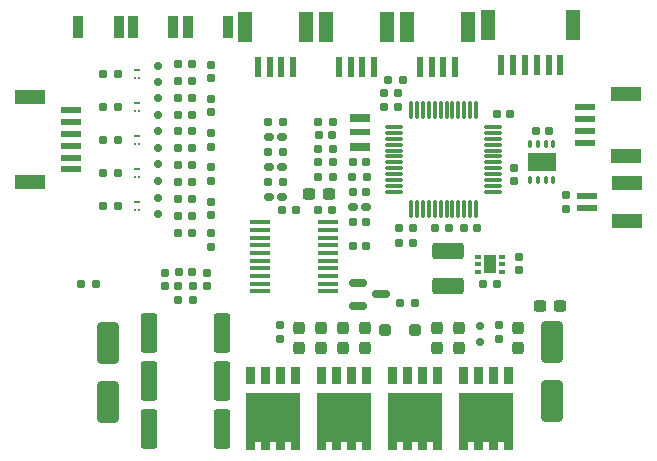
<source format=gbr>
%TF.GenerationSoftware,KiCad,Pcbnew,8.0.3-8.0.3-0~ubuntu24.04.1*%
%TF.CreationDate,2024-07-11T14:27:15+08:00*%
%TF.ProjectId,CawBMS,43617742-4d53-42e6-9b69-6361645f7063,rev?*%
%TF.SameCoordinates,Original*%
%TF.FileFunction,Paste,Top*%
%TF.FilePolarity,Positive*%
%FSLAX46Y46*%
G04 Gerber Fmt 4.6, Leading zero omitted, Abs format (unit mm)*
G04 Created by KiCad (PCBNEW 8.0.3-8.0.3-0~ubuntu24.04.1) date 2024-07-11 14:27:15*
%MOMM*%
%LPD*%
G01*
G04 APERTURE LIST*
G04 Aperture macros list*
%AMRoundRect*
0 Rectangle with rounded corners*
0 $1 Rounding radius*
0 $2 $3 $4 $5 $6 $7 $8 $9 X,Y pos of 4 corners*
0 Add a 4 corners polygon primitive as box body*
4,1,4,$2,$3,$4,$5,$6,$7,$8,$9,$2,$3,0*
0 Add four circle primitives for the rounded corners*
1,1,$1+$1,$2,$3*
1,1,$1+$1,$4,$5*
1,1,$1+$1,$6,$7*
1,1,$1+$1,$8,$9*
0 Add four rect primitives between the rounded corners*
20,1,$1+$1,$2,$3,$4,$5,0*
20,1,$1+$1,$4,$5,$6,$7,0*
20,1,$1+$1,$6,$7,$8,$9,0*
20,1,$1+$1,$8,$9,$2,$3,0*%
G04 Aperture macros list end*
%ADD10C,0.120000*%
%ADD11R,0.749000X1.300000*%
%ADD12R,4.560000X4.000000*%
%ADD13RoundRect,0.150000X0.200000X-0.150000X0.200000X0.150000X-0.200000X0.150000X-0.200000X-0.150000X0*%
%ADD14RoundRect,0.155000X-0.212500X-0.155000X0.212500X-0.155000X0.212500X0.155000X-0.212500X0.155000X0*%
%ADD15RoundRect,0.160000X-0.197500X-0.160000X0.197500X-0.160000X0.197500X0.160000X-0.197500X0.160000X0*%
%ADD16RoundRect,0.249999X-0.450001X-1.425001X0.450001X-1.425001X0.450001X1.425001X-0.450001X1.425001X0*%
%ADD17R,0.500000X1.700000*%
%ADD18R,1.200000X2.500000*%
%ADD19RoundRect,0.155000X-0.155000X0.212500X-0.155000X-0.212500X0.155000X-0.212500X0.155000X0.212500X0*%
%ADD20RoundRect,0.050800X0.400000X0.850000X-0.400000X0.850000X-0.400000X-0.850000X0.400000X-0.850000X0*%
%ADD21RoundRect,0.250000X-0.650000X1.500000X-0.650000X-1.500000X0.650000X-1.500000X0.650000X1.500000X0*%
%ADD22RoundRect,0.237500X-0.237500X0.300000X-0.237500X-0.300000X0.237500X-0.300000X0.237500X0.300000X0*%
%ADD23RoundRect,0.160000X0.160000X-0.197500X0.160000X0.197500X-0.160000X0.197500X-0.160000X-0.197500X0*%
%ADD24RoundRect,0.250001X1.074999X-0.462499X1.074999X0.462499X-1.074999X0.462499X-1.074999X-0.462499X0*%
%ADD25RoundRect,0.160000X-0.222500X-0.160000X0.222500X-0.160000X0.222500X0.160000X-0.222500X0.160000X0*%
%ADD26RoundRect,0.250000X0.250000X0.250000X-0.250000X0.250000X-0.250000X-0.250000X0.250000X-0.250000X0*%
%ADD27RoundRect,0.155000X0.212500X0.155000X-0.212500X0.155000X-0.212500X-0.155000X0.212500X-0.155000X0*%
%ADD28RoundRect,0.237500X-0.300000X-0.237500X0.300000X-0.237500X0.300000X0.237500X-0.300000X0.237500X0*%
%ADD29R,0.150000X0.250000*%
%ADD30R,0.500000X0.250000*%
%ADD31RoundRect,0.160000X0.197500X0.160000X-0.197500X0.160000X-0.197500X-0.160000X0.197500X-0.160000X0*%
%ADD32RoundRect,0.237500X0.237500X-0.300000X0.237500X0.300000X-0.237500X0.300000X-0.237500X-0.300000X0*%
%ADD33RoundRect,0.050800X-0.400000X-0.850000X0.400000X-0.850000X0.400000X0.850000X-0.400000X0.850000X0*%
%ADD34RoundRect,0.250000X0.650000X-1.500000X0.650000X1.500000X-0.650000X1.500000X-0.650000X-1.500000X0*%
%ADD35R,1.700000X0.500000*%
%ADD36R,2.500000X1.200000*%
%ADD37O,0.350000X0.840000*%
%ADD38R,2.400000X1.650000*%
%ADD39RoundRect,0.237500X-0.237500X0.287500X-0.237500X-0.287500X0.237500X-0.287500X0.237500X0.287500X0*%
%ADD40RoundRect,0.155000X0.155000X-0.212500X0.155000X0.212500X-0.155000X0.212500X-0.155000X-0.212500X0*%
%ADD41O,0.607000X0.364000*%
%ADD42R,1.000000X1.600000*%
%ADD43RoundRect,0.075000X-0.662500X-0.075000X0.662500X-0.075000X0.662500X0.075000X-0.662500X0.075000X0*%
%ADD44RoundRect,0.075000X-0.075000X-0.662500X0.075000X-0.662500X0.075000X0.662500X-0.075000X0.662500X0*%
%ADD45R,1.700000X0.650000*%
%ADD46O,1.742000X0.364000*%
%ADD47RoundRect,0.150000X-0.587500X-0.150000X0.587500X-0.150000X0.587500X0.150000X-0.587500X0.150000X0*%
%ADD48RoundRect,0.237500X0.300000X0.237500X-0.300000X0.237500X-0.300000X-0.237500X0.300000X-0.237500X0*%
G04 APERTURE END LIST*
D10*
%TO.C,Q6*%
X130550000Y-123815000D02*
X129800000Y-123815000D01*
X129800000Y-122514000D01*
X130550000Y-122514000D01*
X130550000Y-123815000D01*
G36*
X130550000Y-123815000D02*
G01*
X129800000Y-123815000D01*
X129800000Y-122514000D01*
X130550000Y-122514000D01*
X130550000Y-123815000D01*
G37*
X131820000Y-123815000D02*
X131070000Y-123815000D01*
X131070000Y-122514000D01*
X131820000Y-122514000D01*
X131820000Y-123815000D01*
G36*
X131820000Y-123815000D02*
G01*
X131070000Y-123815000D01*
X131070000Y-122514000D01*
X131820000Y-122514000D01*
X131820000Y-123815000D01*
G37*
X133090000Y-123815000D02*
X132340000Y-123815000D01*
X132340000Y-122514000D01*
X133090000Y-122514000D01*
X133090000Y-123815000D01*
G36*
X133090000Y-123815000D02*
G01*
X132340000Y-123815000D01*
X132340000Y-122514000D01*
X133090000Y-122514000D01*
X133090000Y-123815000D01*
G37*
X134360000Y-123815000D02*
X133610000Y-123815000D01*
X133610000Y-122514000D01*
X134360000Y-122514000D01*
X134360000Y-123815000D01*
G36*
X134360000Y-123815000D02*
G01*
X133610000Y-123815000D01*
X133610000Y-122514000D01*
X134360000Y-122514000D01*
X134360000Y-123815000D01*
G37*
X134360000Y-128721000D02*
X134360000Y-129428000D01*
X133610000Y-129428000D01*
X133610000Y-128721000D01*
X133090000Y-128721000D01*
X133090000Y-129454000D01*
X132340000Y-129454000D01*
X132340000Y-128721000D01*
X131820000Y-128721000D01*
X131820000Y-129454000D01*
X131070000Y-129454000D01*
X131070000Y-128721000D01*
X130550000Y-128721000D01*
X130550000Y-129454000D01*
X129800000Y-129454000D01*
X129800000Y-128721000D01*
X129800000Y-124721000D01*
X134360000Y-124721000D01*
X134360000Y-128721000D01*
G36*
X134360000Y-128721000D02*
G01*
X134360000Y-129428000D01*
X133610000Y-129428000D01*
X133610000Y-128721000D01*
X133090000Y-128721000D01*
X133090000Y-129454000D01*
X132340000Y-129454000D01*
X132340000Y-128721000D01*
X131820000Y-128721000D01*
X131820000Y-129454000D01*
X131070000Y-129454000D01*
X131070000Y-128721000D01*
X130550000Y-128721000D01*
X130550000Y-129454000D01*
X129800000Y-129454000D01*
X129800000Y-128721000D01*
X129800000Y-124721000D01*
X134360000Y-124721000D01*
X134360000Y-128721000D01*
G37*
%TO.C,Q8*%
X142572666Y-123815000D02*
X141822666Y-123815000D01*
X141822666Y-122514000D01*
X142572666Y-122514000D01*
X142572666Y-123815000D01*
G36*
X142572666Y-123815000D02*
G01*
X141822666Y-123815000D01*
X141822666Y-122514000D01*
X142572666Y-122514000D01*
X142572666Y-123815000D01*
G37*
X143842666Y-123815000D02*
X143092666Y-123815000D01*
X143092666Y-122514000D01*
X143842666Y-122514000D01*
X143842666Y-123815000D01*
G36*
X143842666Y-123815000D02*
G01*
X143092666Y-123815000D01*
X143092666Y-122514000D01*
X143842666Y-122514000D01*
X143842666Y-123815000D01*
G37*
X145112666Y-123815000D02*
X144362666Y-123815000D01*
X144362666Y-122514000D01*
X145112666Y-122514000D01*
X145112666Y-123815000D01*
G36*
X145112666Y-123815000D02*
G01*
X144362666Y-123815000D01*
X144362666Y-122514000D01*
X145112666Y-122514000D01*
X145112666Y-123815000D01*
G37*
X146382666Y-123815000D02*
X145632666Y-123815000D01*
X145632666Y-122514000D01*
X146382666Y-122514000D01*
X146382666Y-123815000D01*
G36*
X146382666Y-123815000D02*
G01*
X145632666Y-123815000D01*
X145632666Y-122514000D01*
X146382666Y-122514000D01*
X146382666Y-123815000D01*
G37*
X146382666Y-128721000D02*
X146382666Y-129428000D01*
X145632666Y-129428000D01*
X145632666Y-128721000D01*
X145112666Y-128721000D01*
X145112666Y-129454000D01*
X144362666Y-129454000D01*
X144362666Y-128721000D01*
X143842666Y-128721000D01*
X143842666Y-129454000D01*
X143092666Y-129454000D01*
X143092666Y-128721000D01*
X142572666Y-128721000D01*
X142572666Y-129454000D01*
X141822666Y-129454000D01*
X141822666Y-128721000D01*
X141822666Y-124721000D01*
X146382666Y-124721000D01*
X146382666Y-128721000D01*
G36*
X146382666Y-128721000D02*
G01*
X146382666Y-129428000D01*
X145632666Y-129428000D01*
X145632666Y-128721000D01*
X145112666Y-128721000D01*
X145112666Y-129454000D01*
X144362666Y-129454000D01*
X144362666Y-128721000D01*
X143842666Y-128721000D01*
X143842666Y-129454000D01*
X143092666Y-129454000D01*
X143092666Y-128721000D01*
X142572666Y-128721000D01*
X142572666Y-129454000D01*
X141822666Y-129454000D01*
X141822666Y-128721000D01*
X141822666Y-124721000D01*
X146382666Y-124721000D01*
X146382666Y-128721000D01*
G37*
%TO.C,Q9*%
X148584000Y-123815000D02*
X147834000Y-123815000D01*
X147834000Y-122514000D01*
X148584000Y-122514000D01*
X148584000Y-123815000D01*
G36*
X148584000Y-123815000D02*
G01*
X147834000Y-123815000D01*
X147834000Y-122514000D01*
X148584000Y-122514000D01*
X148584000Y-123815000D01*
G37*
X149854000Y-123815000D02*
X149104000Y-123815000D01*
X149104000Y-122514000D01*
X149854000Y-122514000D01*
X149854000Y-123815000D01*
G36*
X149854000Y-123815000D02*
G01*
X149104000Y-123815000D01*
X149104000Y-122514000D01*
X149854000Y-122514000D01*
X149854000Y-123815000D01*
G37*
X151124000Y-123815000D02*
X150374000Y-123815000D01*
X150374000Y-122514000D01*
X151124000Y-122514000D01*
X151124000Y-123815000D01*
G36*
X151124000Y-123815000D02*
G01*
X150374000Y-123815000D01*
X150374000Y-122514000D01*
X151124000Y-122514000D01*
X151124000Y-123815000D01*
G37*
X152394000Y-123815000D02*
X151644000Y-123815000D01*
X151644000Y-122514000D01*
X152394000Y-122514000D01*
X152394000Y-123815000D01*
G36*
X152394000Y-123815000D02*
G01*
X151644000Y-123815000D01*
X151644000Y-122514000D01*
X152394000Y-122514000D01*
X152394000Y-123815000D01*
G37*
X152394000Y-128721000D02*
X152394000Y-129428000D01*
X151644000Y-129428000D01*
X151644000Y-128721000D01*
X151124000Y-128721000D01*
X151124000Y-129454000D01*
X150374000Y-129454000D01*
X150374000Y-128721000D01*
X149854000Y-128721000D01*
X149854000Y-129454000D01*
X149104000Y-129454000D01*
X149104000Y-128721000D01*
X148584000Y-128721000D01*
X148584000Y-129454000D01*
X147834000Y-129454000D01*
X147834000Y-128721000D01*
X147834000Y-124721000D01*
X152394000Y-124721000D01*
X152394000Y-128721000D01*
G36*
X152394000Y-128721000D02*
G01*
X152394000Y-129428000D01*
X151644000Y-129428000D01*
X151644000Y-128721000D01*
X151124000Y-128721000D01*
X151124000Y-129454000D01*
X150374000Y-129454000D01*
X150374000Y-128721000D01*
X149854000Y-128721000D01*
X149854000Y-129454000D01*
X149104000Y-129454000D01*
X149104000Y-128721000D01*
X148584000Y-128721000D01*
X148584000Y-129454000D01*
X147834000Y-129454000D01*
X147834000Y-128721000D01*
X147834000Y-124721000D01*
X152394000Y-124721000D01*
X152394000Y-128721000D01*
G37*
%TO.C,Q7*%
X136561333Y-123815000D02*
X135811333Y-123815000D01*
X135811333Y-122514000D01*
X136561333Y-122514000D01*
X136561333Y-123815000D01*
G36*
X136561333Y-123815000D02*
G01*
X135811333Y-123815000D01*
X135811333Y-122514000D01*
X136561333Y-122514000D01*
X136561333Y-123815000D01*
G37*
X137831333Y-123815000D02*
X137081333Y-123815000D01*
X137081333Y-122514000D01*
X137831333Y-122514000D01*
X137831333Y-123815000D01*
G36*
X137831333Y-123815000D02*
G01*
X137081333Y-123815000D01*
X137081333Y-122514000D01*
X137831333Y-122514000D01*
X137831333Y-123815000D01*
G37*
X139101333Y-123815000D02*
X138351333Y-123815000D01*
X138351333Y-122514000D01*
X139101333Y-122514000D01*
X139101333Y-123815000D01*
G36*
X139101333Y-123815000D02*
G01*
X138351333Y-123815000D01*
X138351333Y-122514000D01*
X139101333Y-122514000D01*
X139101333Y-123815000D01*
G37*
X140371333Y-123815000D02*
X139621333Y-123815000D01*
X139621333Y-122514000D01*
X140371333Y-122514000D01*
X140371333Y-123815000D01*
G36*
X140371333Y-123815000D02*
G01*
X139621333Y-123815000D01*
X139621333Y-122514000D01*
X140371333Y-122514000D01*
X140371333Y-123815000D01*
G37*
X140371333Y-128721000D02*
X140371333Y-129428000D01*
X139621333Y-129428000D01*
X139621333Y-128721000D01*
X139101333Y-128721000D01*
X139101333Y-129454000D01*
X138351333Y-129454000D01*
X138351333Y-128721000D01*
X137831333Y-128721000D01*
X137831333Y-129454000D01*
X137081333Y-129454000D01*
X137081333Y-128721000D01*
X136561333Y-128721000D01*
X136561333Y-129454000D01*
X135811333Y-129454000D01*
X135811333Y-128721000D01*
X135811333Y-124721000D01*
X140371333Y-124721000D01*
X140371333Y-128721000D01*
G36*
X140371333Y-128721000D02*
G01*
X140371333Y-129428000D01*
X139621333Y-129428000D01*
X139621333Y-128721000D01*
X139101333Y-128721000D01*
X139101333Y-129454000D01*
X138351333Y-129454000D01*
X138351333Y-128721000D01*
X137831333Y-128721000D01*
X137831333Y-129454000D01*
X137081333Y-129454000D01*
X137081333Y-128721000D01*
X136561333Y-128721000D01*
X136561333Y-129454000D01*
X135811333Y-129454000D01*
X135811333Y-128721000D01*
X135811333Y-124721000D01*
X140371333Y-124721000D01*
X140371333Y-128721000D01*
G37*
%TD*%
D11*
%TO.C,Q6*%
X133985000Y-123165000D03*
X132715000Y-123165000D03*
X131445000Y-123165000D03*
X130175000Y-123165000D03*
X130175000Y-128803000D03*
X131445000Y-128803000D03*
X132715000Y-128803000D03*
X133985000Y-128778000D03*
D12*
X132080000Y-126721000D03*
%TD*%
D13*
%TO.C,D12*%
X149663176Y-118986000D03*
X149663176Y-120386000D03*
%TD*%
D14*
%TO.C,C3*%
X151070500Y-101092000D03*
X152205500Y-101092000D03*
%TD*%
D15*
%TO.C,R21*%
X124087000Y-102538444D03*
X125282000Y-102538444D03*
%TD*%
D16*
%TO.C,R34*%
X121662000Y-127762000D03*
X127762000Y-127762000D03*
%TD*%
D17*
%TO.C,CN1*%
X133834000Y-97077000D03*
X132834000Y-97077000D03*
X131834000Y-97077000D03*
X130834000Y-97077000D03*
D18*
X134934000Y-93677000D03*
X129734000Y-93677000D03*
%TD*%
D15*
%TO.C,R27*%
X124087000Y-111125000D03*
X125282000Y-111125000D03*
%TD*%
D19*
%TO.C,C10*%
X126873000Y-99782000D03*
X126873000Y-100917000D03*
%TD*%
D11*
%TO.C,Q8*%
X146007666Y-123165000D03*
X144737666Y-123165000D03*
X143467666Y-123165000D03*
X142197666Y-123165000D03*
X142197666Y-128803000D03*
X143467666Y-128803000D03*
X144737666Y-128803000D03*
X146007666Y-128778000D03*
D12*
X144102666Y-126721000D03*
%TD*%
D15*
%TO.C,R24*%
X124087000Y-106813777D03*
X125282000Y-106813777D03*
%TD*%
D20*
%TO.C,SW1*%
X123683500Y-93726000D03*
X120283500Y-93726000D03*
%TD*%
D21*
%TO.C,D9*%
X118110000Y-120436000D03*
X118110000Y-125436000D03*
%TD*%
D22*
%TO.C,C26*%
X139888088Y-119178500D03*
X139888088Y-120903500D03*
%TD*%
D15*
%TO.C,R37*%
X115902500Y-115443000D03*
X117097500Y-115443000D03*
%TD*%
D23*
%TO.C,R40*%
X151229448Y-120088500D03*
X151229448Y-118893500D03*
%TD*%
D13*
%TO.C,D4*%
X122398500Y-96963000D03*
X122398500Y-98363000D03*
%TD*%
D15*
%TO.C,R16*%
X117766500Y-108839000D03*
X118961500Y-108839000D03*
%TD*%
D19*
%TO.C,C23*%
X126492000Y-114494500D03*
X126492000Y-115629500D03*
%TD*%
D24*
%TO.C,L2*%
X146939000Y-115660500D03*
X146939000Y-112685500D03*
%TD*%
D13*
%TO.C,D8*%
X122398500Y-108139000D03*
X122398500Y-109539000D03*
%TD*%
D25*
%TO.C,L1*%
X138881500Y-108966000D03*
X140026500Y-108966000D03*
%TD*%
D26*
%TO.C,D11*%
X144125000Y-119380000D03*
X141625000Y-119380000D03*
%TD*%
D27*
%TO.C,C18*%
X140013500Y-112268000D03*
X138878500Y-112268000D03*
%TD*%
D28*
%TO.C,C28*%
X154712500Y-117348000D03*
X156437500Y-117348000D03*
%TD*%
D15*
%TO.C,R12*%
X117766500Y-97663000D03*
X118961500Y-97663000D03*
%TD*%
%TO.C,R25*%
X124087000Y-108238888D03*
X125282000Y-108238888D03*
%TD*%
D29*
%TO.C,Q1*%
X120445500Y-97988000D03*
X120795500Y-97988000D03*
D30*
X120620500Y-97338000D03*
%TD*%
D15*
%TO.C,R38*%
X135965000Y-101727000D03*
X137160000Y-101727000D03*
%TD*%
D19*
%TO.C,C12*%
X126873000Y-105585000D03*
X126873000Y-106720000D03*
%TD*%
D17*
%TO.C,CN2*%
X140692000Y-97077000D03*
X139692000Y-97077000D03*
X138692000Y-97077000D03*
X137692000Y-97077000D03*
D18*
X141792000Y-93677000D03*
X136592000Y-93677000D03*
%TD*%
D27*
%TO.C,C6*%
X140021500Y-107696000D03*
X138886500Y-107696000D03*
%TD*%
D31*
%TO.C,R28*%
X137160000Y-106426000D03*
X135965000Y-106426000D03*
%TD*%
%TO.C,R5*%
X143980500Y-112014000D03*
X142785500Y-112014000D03*
%TD*%
D32*
%TO.C,C27*%
X152825720Y-120903500D03*
X152825720Y-119178500D03*
%TD*%
D11*
%TO.C,Q9*%
X152019000Y-123165000D03*
X150749000Y-123165000D03*
X149479000Y-123165000D03*
X148209000Y-123165000D03*
X148209000Y-128803000D03*
X149479000Y-128803000D03*
X150749000Y-128803000D03*
X152019000Y-128778000D03*
D12*
X150114000Y-126721000D03*
%TD*%
D29*
%TO.C,Q2*%
X120445500Y-100782000D03*
X120795500Y-100782000D03*
D30*
X120620500Y-100132000D03*
%TD*%
D14*
%TO.C,C5*%
X154372500Y-102489000D03*
X155507500Y-102489000D03*
%TD*%
D33*
%TO.C,SW2*%
X124919000Y-93726000D03*
X128319000Y-93726000D03*
%TD*%
D15*
%TO.C,R20*%
X124087000Y-101113333D03*
X125282000Y-101113333D03*
%TD*%
D34*
%TO.C,D10*%
X155702000Y-125391000D03*
X155702000Y-120391000D03*
%TD*%
D17*
%TO.C,CN3*%
X156456000Y-96950000D03*
X155456000Y-96950000D03*
X154456000Y-96950000D03*
X153456000Y-96950000D03*
X152456000Y-96950000D03*
X151456000Y-96950000D03*
D18*
X150356000Y-93550000D03*
X157556000Y-93550000D03*
%TD*%
D29*
%TO.C,Q5*%
X120445500Y-109164000D03*
X120795500Y-109164000D03*
D30*
X120620500Y-108514000D03*
%TD*%
D19*
%TO.C,C11*%
X126873000Y-102683500D03*
X126873000Y-103818500D03*
%TD*%
D13*
%TO.C,D7*%
X122398500Y-105333750D03*
X122398500Y-106733750D03*
%TD*%
D29*
%TO.C,Q3*%
X120445500Y-103576000D03*
X120795500Y-103576000D03*
D30*
X120620500Y-102926000D03*
%TD*%
D31*
%TO.C,R39*%
X144107500Y-117094000D03*
X142912500Y-117094000D03*
%TD*%
D35*
%TO.C,U5*%
X158701000Y-109000000D03*
X158701000Y-108000000D03*
D36*
X162101000Y-106900000D03*
X162101000Y-110100000D03*
%TD*%
D37*
%TO.C,U2*%
X155859000Y-103632000D03*
X155209000Y-103632000D03*
X154559000Y-103632000D03*
X153909000Y-103632000D03*
X153909000Y-106622000D03*
X154559000Y-106622000D03*
X155209000Y-106622000D03*
X155859000Y-106622000D03*
D38*
X154884000Y-105127000D03*
%TD*%
D25*
%TO.C,D2*%
X131761500Y-105533800D03*
X132906500Y-105533800D03*
%TD*%
D31*
%TO.C,R29*%
X137160000Y-105156000D03*
X135965000Y-105156000D03*
%TD*%
D13*
%TO.C,D5*%
X122398500Y-99723250D03*
X122398500Y-101123250D03*
%TD*%
D23*
%TO.C,R35*%
X125349000Y-116802500D03*
X125349000Y-115607500D03*
%TD*%
D27*
%TO.C,C2*%
X149411500Y-110744000D03*
X148276500Y-110744000D03*
%TD*%
D29*
%TO.C,Q4*%
X120445500Y-106370000D03*
X120795500Y-106370000D03*
D30*
X120620500Y-105720000D03*
%TD*%
D23*
%TO.C,R6*%
X156920000Y-109097500D03*
X156920000Y-107902500D03*
%TD*%
D15*
%TO.C,R19*%
X124087000Y-99688222D03*
X125282000Y-99688222D03*
%TD*%
D39*
%TO.C,L3*%
X136175544Y-119166000D03*
X136175544Y-120916000D03*
%TD*%
D32*
%TO.C,C25*%
X138031816Y-120903500D03*
X138031816Y-119178500D03*
%TD*%
D39*
%TO.C,L4*%
X134319272Y-119166000D03*
X134319272Y-120916000D03*
%TD*%
D27*
%TO.C,C1*%
X142688500Y-100465000D03*
X141553500Y-100465000D03*
%TD*%
D15*
%TO.C,R22*%
X124087000Y-103963555D03*
X125282000Y-103963555D03*
%TD*%
D40*
%TO.C,C7*%
X152527000Y-106739500D03*
X152527000Y-105604500D03*
%TD*%
D19*
%TO.C,C9*%
X126873000Y-96880500D03*
X126873000Y-98015500D03*
%TD*%
D35*
%TO.C,CN5*%
X158574000Y-103489000D03*
X158574000Y-102489000D03*
X158574000Y-101489000D03*
X158574000Y-100489000D03*
D36*
X161974000Y-104589000D03*
X161974000Y-99389000D03*
%TD*%
D27*
%TO.C,C4*%
X142688500Y-99322000D03*
X141553500Y-99322000D03*
%TD*%
D14*
%TO.C,C22*%
X124154500Y-114435000D03*
X125289500Y-114435000D03*
%TD*%
D23*
%TO.C,R31*%
X124079000Y-116802500D03*
X124079000Y-115607500D03*
%TD*%
D15*
%TO.C,R15*%
X117766500Y-106045000D03*
X118961500Y-106045000D03*
%TD*%
D16*
%TO.C,R33*%
X121662000Y-123698000D03*
X127762000Y-123698000D03*
%TD*%
D25*
%TO.C,D3*%
X131761500Y-108077000D03*
X132906500Y-108077000D03*
%TD*%
D15*
%TO.C,R9*%
X131736500Y-104262200D03*
X132931500Y-104262200D03*
%TD*%
D40*
%TO.C,C21*%
X122936000Y-115629500D03*
X122936000Y-114494500D03*
%TD*%
D41*
%TO.C,U3*%
X151523000Y-114442000D03*
X151523000Y-113792000D03*
X151523000Y-113142000D03*
X149467000Y-113142000D03*
X149467000Y-113792000D03*
X149467000Y-114442000D03*
D42*
X150495000Y-113792000D03*
%TD*%
D15*
%TO.C,R2*%
X141896500Y-98179000D03*
X143091500Y-98179000D03*
%TD*%
D43*
%TO.C,U1*%
X142403500Y-102160000D03*
X142403500Y-102660000D03*
X142403500Y-103160000D03*
X142403500Y-103660000D03*
X142403500Y-104160000D03*
X142403500Y-104660000D03*
X142403500Y-105160000D03*
X142403500Y-105660000D03*
X142403500Y-106160000D03*
X142403500Y-106660000D03*
X142403500Y-107160000D03*
X142403500Y-107660000D03*
D44*
X143816000Y-109072500D03*
X144316000Y-109072500D03*
X144816000Y-109072500D03*
X145316000Y-109072500D03*
X145816000Y-109072500D03*
X146316000Y-109072500D03*
X146816000Y-109072500D03*
X147316000Y-109072500D03*
X147816000Y-109072500D03*
X148316000Y-109072500D03*
X148816000Y-109072500D03*
X149316000Y-109072500D03*
D43*
X150728500Y-107660000D03*
X150728500Y-107160000D03*
X150728500Y-106660000D03*
X150728500Y-106160000D03*
X150728500Y-105660000D03*
X150728500Y-105160000D03*
X150728500Y-104660000D03*
X150728500Y-104160000D03*
X150728500Y-103660000D03*
X150728500Y-103160000D03*
X150728500Y-102660000D03*
X150728500Y-102160000D03*
D44*
X149316000Y-100747500D03*
X148816000Y-100747500D03*
X148316000Y-100747500D03*
X147816000Y-100747500D03*
X147316000Y-100747500D03*
X146816000Y-100747500D03*
X146316000Y-100747500D03*
X145816000Y-100747500D03*
X145316000Y-100747500D03*
X144816000Y-100747500D03*
X144316000Y-100747500D03*
X143816000Y-100747500D03*
%TD*%
D45*
%TO.C,X1*%
X139454000Y-101424000D03*
D35*
X139454000Y-102624000D03*
D45*
X139454000Y-103824000D03*
%TD*%
D25*
%TO.C,D1*%
X131761500Y-102990600D03*
X132906500Y-102990600D03*
%TD*%
D15*
%TO.C,R30*%
X135927500Y-109220000D03*
X137122500Y-109220000D03*
%TD*%
%TO.C,R26*%
X124087000Y-109664000D03*
X125282000Y-109664000D03*
%TD*%
D46*
%TO.C,U4*%
X136737000Y-116090000D03*
X136737000Y-115440000D03*
X136737000Y-114790000D03*
X136737000Y-114140000D03*
X136737000Y-113490000D03*
X136737000Y-112840000D03*
X136737000Y-112190000D03*
X136737000Y-111540000D03*
X136737000Y-110890000D03*
X136737000Y-110240000D03*
X130995000Y-110240000D03*
X130995000Y-110890000D03*
X130995000Y-111540000D03*
X130995000Y-112190000D03*
X130995000Y-112840000D03*
X130995000Y-113490000D03*
X130995000Y-114140000D03*
X130995000Y-114790000D03*
X130995000Y-115440000D03*
X130995000Y-116090000D03*
%TD*%
D16*
%TO.C,R32*%
X121662000Y-119634000D03*
X127762000Y-119634000D03*
%TD*%
D31*
%TO.C,R3*%
X140043500Y-106426000D03*
X138848500Y-106426000D03*
%TD*%
D11*
%TO.C,Q7*%
X139996333Y-123165000D03*
X138726333Y-123165000D03*
X137456333Y-123165000D03*
X136186333Y-123165000D03*
X136186333Y-128803000D03*
X137456333Y-128803000D03*
X138726333Y-128803000D03*
X139996333Y-128778000D03*
D12*
X138091333Y-126721000D03*
%TD*%
D39*
%TO.C,L5*%
X145980632Y-119166000D03*
X145980632Y-120916000D03*
%TD*%
D15*
%TO.C,R17*%
X124087000Y-96838000D03*
X125282000Y-96838000D03*
%TD*%
D14*
%TO.C,C15*%
X138886500Y-110236000D03*
X140021500Y-110236000D03*
%TD*%
D23*
%TO.C,R36*%
X132723000Y-120088500D03*
X132723000Y-118893500D03*
%TD*%
D15*
%TO.C,R1*%
X145841500Y-110744000D03*
X147036500Y-110744000D03*
%TD*%
D17*
%TO.C,CN4*%
X147550000Y-97077000D03*
X146550000Y-97077000D03*
X145550000Y-97077000D03*
X144550000Y-97077000D03*
D18*
X148650000Y-93677000D03*
X143450000Y-93677000D03*
%TD*%
D47*
%TO.C,Q10*%
X139349000Y-115382000D03*
X139349000Y-117282000D03*
X141224000Y-116332000D03*
%TD*%
D15*
%TO.C,R8*%
X135965000Y-104013000D03*
X137160000Y-104013000D03*
%TD*%
D27*
%TO.C,C8*%
X140021500Y-105164000D03*
X138886500Y-105164000D03*
%TD*%
D19*
%TO.C,C14*%
X126873000Y-111167500D03*
X126873000Y-112302500D03*
%TD*%
D33*
%TO.C,SW3*%
X115648000Y-93726000D03*
X119048000Y-93726000D03*
%TD*%
D19*
%TO.C,C13*%
X126873000Y-108486500D03*
X126873000Y-109621500D03*
%TD*%
D27*
%TO.C,C17*%
X134044500Y-109220000D03*
X132909500Y-109220000D03*
%TD*%
%TO.C,C24*%
X137130000Y-102870000D03*
X135995000Y-102870000D03*
%TD*%
D13*
%TO.C,D6*%
X122398500Y-102528500D03*
X122398500Y-103928500D03*
%TD*%
D31*
%TO.C,R4*%
X143980500Y-110744000D03*
X142785500Y-110744000D03*
%TD*%
D39*
%TO.C,L6*%
X147836904Y-119166000D03*
X147836904Y-120916000D03*
%TD*%
D15*
%TO.C,R14*%
X117766500Y-103251000D03*
X118961500Y-103251000D03*
%TD*%
%TO.C,R10*%
X131736500Y-106805400D03*
X132931500Y-106805400D03*
%TD*%
%TO.C,R7*%
X131736500Y-101719000D03*
X132931500Y-101719000D03*
%TD*%
D19*
%TO.C,C20*%
X152908000Y-113177500D03*
X152908000Y-114312500D03*
%TD*%
D15*
%TO.C,R23*%
X124087000Y-105388666D03*
X125282000Y-105388666D03*
%TD*%
D48*
%TO.C,C19*%
X136879500Y-107823000D03*
X135154500Y-107823000D03*
%TD*%
D15*
%TO.C,R13*%
X117766500Y-100457000D03*
X118961500Y-100457000D03*
%TD*%
D35*
%TO.C,CN6*%
X114984000Y-100751000D03*
X114984000Y-101751000D03*
X114984000Y-102751000D03*
X114984000Y-103751000D03*
X114984000Y-104751000D03*
X114984000Y-105751000D03*
D36*
X111584000Y-106851000D03*
X111584000Y-99651000D03*
%TD*%
D15*
%TO.C,R18*%
X124087000Y-98263111D03*
X125282000Y-98263111D03*
%TD*%
D14*
%TO.C,C16*%
X149927500Y-115443000D03*
X151062500Y-115443000D03*
%TD*%
M02*

</source>
